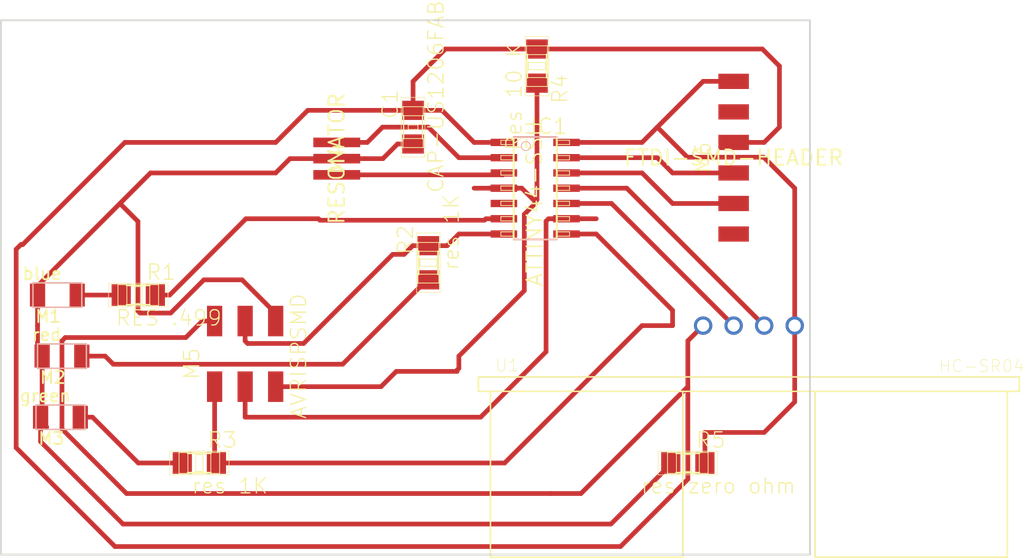
<source format=kicad_pcb>
(kicad_pcb (version 20171130) (host pcbnew "(5.0.2)-1")

  (general
    (thickness 1.6)
    (drawings 6)
    (tracks 157)
    (zones 0)
    (modules 14)
    (nets 20)
  )

  (page A4)
  (layers
    (0 F.Cu signal)
    (31 B.Cu signal)
    (32 B.Adhes user)
    (33 F.Adhes user)
    (34 B.Paste user)
    (35 F.Paste user)
    (36 B.SilkS user)
    (37 F.SilkS user)
    (38 B.Mask user)
    (39 F.Mask user)
    (40 Dwgs.User user)
    (41 Cmts.User user)
    (42 Eco1.User user)
    (43 Eco2.User user)
    (44 Edge.Cuts user)
    (45 Margin user)
    (46 B.CrtYd user)
    (47 F.CrtYd user)
    (48 B.Fab user)
    (49 F.Fab user)
  )

  (setup
    (last_trace_width 0.39)
    (trace_clearance 0.4)
    (zone_clearance 0.508)
    (zone_45_only no)
    (trace_min 0.2)
    (segment_width 0.2)
    (edge_width 0.15)
    (via_size 2)
    (via_drill 0.8)
    (via_min_size 0.4)
    (via_min_drill 0.3)
    (uvia_size 0.3)
    (uvia_drill 0.1)
    (uvias_allowed no)
    (uvia_min_size 0.2)
    (uvia_min_drill 0.1)
    (pcb_text_width 0.3)
    (pcb_text_size 1.5 1.5)
    (mod_edge_width 0.15)
    (mod_text_size 1 1)
    (mod_text_width 0.15)
    (pad_size 1.524 1.524)
    (pad_drill 0.762)
    (pad_to_mask_clearance 0.051)
    (solder_mask_min_width 0.25)
    (aux_axis_origin 0 0)
    (visible_elements 7FFFFFFF)
    (pcbplotparams
      (layerselection 0x010fc_ffffffff)
      (usegerberextensions false)
      (usegerberattributes false)
      (usegerberadvancedattributes false)
      (creategerberjobfile false)
      (excludeedgelayer true)
      (linewidth 0.100000)
      (plotframeref false)
      (viasonmask false)
      (mode 1)
      (useauxorigin false)
      (hpglpennumber 1)
      (hpglpenspeed 20)
      (hpglpendiameter 15.000000)
      (psnegative false)
      (psa4output false)
      (plotreference true)
      (plotvalue true)
      (plotinvisibletext false)
      (padsonsilk false)
      (subtractmaskfromsilk false)
      (outputformat 1)
      (mirror false)
      (drillshape 1)
      (scaleselection 1)
      (outputdirectory "./"))
  )

  (net 0 "")
  (net 1 /LEDRED)
  (net 2 /LEDGREEN)
  (net 3 GND)
  (net 4 VCC)
  (net 5 /XTAL1)
  (net 6 /XTAL2)
  (net 7 /RST)
  (net 8 "Net-(IC1-Pad5)")
  (net 9 /LEDBLUE)
  (net 10 /SCK)
  (net 11 /RXD)
  (net 12 /TXD)
  (net 13 "Net-(M1-Pad1)")
  (net 14 "Net-(M2-Pad1)")
  (net 15 "Net-(M3-Pad1)")
  (net 16 /CTS)
  (net 17 /RTS)
  (net 18 /TRIG)
  (net 19 /ECHO)

  (net_class Default "This is the default net class."
    (clearance 0.4)
    (trace_width 0.39)
    (via_dia 2)
    (via_drill 0.8)
    (uvia_dia 0.3)
    (uvia_drill 0.1)
    (diff_pair_gap 0.25)
    (diff_pair_width 0.39)
    (add_net /CTS)
    (add_net /ECHO)
    (add_net /LEDBLUE)
    (add_net /LEDGREEN)
    (add_net /LEDRED)
    (add_net /RST)
    (add_net /RTS)
    (add_net /RXD)
    (add_net /SCK)
    (add_net /TRIG)
    (add_net /TXD)
    (add_net /XTAL1)
    (add_net /XTAL2)
    (add_net GND)
    (add_net "Net-(IC1-Pad5)")
    (add_net "Net-(M1-Pad1)")
    (add_net "Net-(M2-Pad1)")
    (add_net "Net-(M3-Pad1)")
    (add_net VCC)
  )

  (module HC-SR04:XCVR_HC-SR04 (layer F.Cu) (tedit 0) (tstamp 5CB3C5F1)
    (at 157.48 90.17)
    (path /5CA6003E)
    (fp_text reference U1 (at -20.1204 3.31671) (layer F.SilkS)
      (effects (font (size 1.00052 1.00052) (thickness 0.05)))
    )
    (fp_text value HC-SR04 (at 19.3577 3.3707) (layer F.SilkS)
      (effects (font (size 1.00169 1.00169) (thickness 0.05)))
    )
    (fp_line (start -21.5 19.27) (end -5.5 19.27) (layer F.SilkS) (width 0.127))
    (fp_line (start 5.5 19.27) (end 21.5 19.27) (layer F.SilkS) (width 0.127))
    (fp_line (start 22.5 5.47) (end 21.5 5.47) (layer F.SilkS) (width 0.127))
    (fp_line (start 21.5 5.47) (end 5.5 5.47) (layer F.SilkS) (width 0.127))
    (fp_line (start 5.5 5.47) (end -5.5 5.47) (layer F.SilkS) (width 0.127))
    (fp_line (start -5.5 5.47) (end -21.5 5.47) (layer F.SilkS) (width 0.127))
    (fp_line (start -21.5 5.47) (end -22.5 5.47) (layer F.SilkS) (width 0.127))
    (fp_line (start -22.5 5.47) (end -22.5 4.27) (layer F.SilkS) (width 0.127))
    (fp_line (start -22.5 4.27) (end 22.5 4.27) (layer F.SilkS) (width 0.127))
    (fp_line (start 22.5 4.27) (end 22.5 5.47) (layer F.SilkS) (width 0.127))
    (fp_line (start -21.5 5.47) (end -21.5 19.27) (layer F.SilkS) (width 0.127))
    (fp_line (start 21.5 5.47) (end 21.5 19.27) (layer F.SilkS) (width 0.127))
    (fp_line (start -5.5 5.47) (end -5.5 19.27) (layer F.SilkS) (width 0.127))
    (fp_line (start 5.5 5.47) (end 5.5 19.27) (layer F.SilkS) (width 0.127))
    (fp_line (start -22.75 4) (end -22.75 19.5) (layer Eco1.User) (width 0.05))
    (fp_line (start -22.75 19.5) (end 22.75 19.5) (layer Eco1.User) (width 0.05))
    (fp_line (start 22.75 19.5) (end 22.75 4) (layer Eco1.User) (width 0.05))
    (fp_line (start 22.75 4) (end 5 4) (layer Eco1.User) (width 0.05))
    (fp_line (start 5 4) (end 5 -1.25) (layer Eco1.User) (width 0.05))
    (fp_line (start 5 -1.25) (end -5 -1.25) (layer Eco1.User) (width 0.05))
    (fp_line (start -5 -1.25) (end -5 4) (layer Eco1.User) (width 0.05))
    (fp_line (start -5 4) (end -22.75 4) (layer Eco1.User) (width 0.05))
    (pad 2 thru_hole circle (at -1.27 0) (size 1.53 1.53) (drill 1.02) (layers *.Cu *.Mask)
      (net 18 /TRIG))
    (pad 3 thru_hole circle (at 1.27 0) (size 1.53 1.53) (drill 1.02) (layers *.Cu *.Mask)
      (net 19 /ECHO))
    (pad 4 thru_hole circle (at 3.81 0) (size 1.53 1.53) (drill 1.02) (layers *.Cu *.Mask)
      (net 3 GND))
    (pad 1 thru_hole circle (at -3.81 0) (size 1.53 1.53) (drill 1.02) (layers *.Cu *.Mask)
      (net 4 VCC))
  )

  (module fab:fab-R1206 (layer F.Cu) (tedit 200000) (tstamp 5CB43D93)
    (at 152.4 101.6)
    (descr RESISTOR)
    (tags RESISTOR)
    (path /5CA6DE94)
    (attr smd)
    (fp_text reference R5 (at 1.905 -1.905) (layer F.SilkS)
      (effects (font (size 1.27 1.27) (thickness 0.1016)))
    )
    (fp_text value "res zero ohm" (at 2.54 1.905) (layer F.SilkS)
      (effects (font (size 1.27 1.27) (thickness 0.1016)))
    )
    (fp_line (start -1.6891 0.8763) (end -0.9525 0.8763) (layer F.SilkS) (width 0.06604))
    (fp_line (start -0.9525 0.8763) (end -0.9525 -0.8763) (layer F.SilkS) (width 0.06604))
    (fp_line (start -1.6891 -0.8763) (end -0.9525 -0.8763) (layer F.SilkS) (width 0.06604))
    (fp_line (start -1.6891 0.8763) (end -1.6891 -0.8763) (layer F.SilkS) (width 0.06604))
    (fp_line (start 0.9525 0.8763) (end 1.6891 0.8763) (layer F.SilkS) (width 0.06604))
    (fp_line (start 1.6891 0.8763) (end 1.6891 -0.8763) (layer F.SilkS) (width 0.06604))
    (fp_line (start 0.9525 -0.8763) (end 1.6891 -0.8763) (layer F.SilkS) (width 0.06604))
    (fp_line (start 0.9525 0.8763) (end 0.9525 -0.8763) (layer F.SilkS) (width 0.06604))
    (fp_line (start -0.29972 0.6985) (end 0.29972 0.6985) (layer F.SilkS) (width 0.06604))
    (fp_line (start 0.29972 0.6985) (end 0.29972 -0.6985) (layer F.SilkS) (width 0.06604))
    (fp_line (start -0.29972 -0.6985) (end 0.29972 -0.6985) (layer F.SilkS) (width 0.06604))
    (fp_line (start -0.29972 0.6985) (end -0.29972 -0.6985) (layer F.SilkS) (width 0.06604))
    (fp_line (start 0.9525 0.8128) (end -0.9652 0.8128) (layer F.SilkS) (width 0.1524))
    (fp_line (start 0.9525 -0.8128) (end -0.9652 -0.8128) (layer F.SilkS) (width 0.1524))
    (fp_line (start -2.47142 -0.98298) (end 2.47142 -0.98298) (layer F.SilkS) (width 0.0508))
    (fp_line (start 2.47142 -0.98298) (end 2.47142 0.98298) (layer F.SilkS) (width 0.0508))
    (fp_line (start 2.47142 0.98298) (end -2.47142 0.98298) (layer F.SilkS) (width 0.0508))
    (fp_line (start -2.47142 0.98298) (end -2.47142 -0.98298) (layer F.SilkS) (width 0.0508))
    (pad 1 smd rect (at -1.41986 0) (size 1.59766 1.80086) (layers F.Cu F.Paste F.Mask)
      (net 3 GND))
    (pad 2 smd rect (at 1.41986 0) (size 1.59766 1.80086) (layers F.Cu F.Paste F.Mask)
      (net 3 GND))
  )

  (module fab:fab-R1206 (layer F.Cu) (tedit 200000) (tstamp 5CB3C81F)
    (at 139.84986 68.58 270)
    (descr RESISTOR)
    (tags RESISTOR)
    (path /5CA5FF68)
    (attr smd)
    (fp_text reference R4 (at 1.905 -1.905 270) (layer F.SilkS)
      (effects (font (size 1.27 1.27) (thickness 0.1016)))
    )
    (fp_text value "Res 10 K" (at 2.54 1.905 270) (layer F.SilkS)
      (effects (font (size 1.27 1.27) (thickness 0.1016)))
    )
    (fp_line (start -1.6891 0.8763) (end -0.9525 0.8763) (layer F.SilkS) (width 0.06604))
    (fp_line (start -0.9525 0.8763) (end -0.9525 -0.8763) (layer F.SilkS) (width 0.06604))
    (fp_line (start -1.6891 -0.8763) (end -0.9525 -0.8763) (layer F.SilkS) (width 0.06604))
    (fp_line (start -1.6891 0.8763) (end -1.6891 -0.8763) (layer F.SilkS) (width 0.06604))
    (fp_line (start 0.9525 0.8763) (end 1.6891 0.8763) (layer F.SilkS) (width 0.06604))
    (fp_line (start 1.6891 0.8763) (end 1.6891 -0.8763) (layer F.SilkS) (width 0.06604))
    (fp_line (start 0.9525 -0.8763) (end 1.6891 -0.8763) (layer F.SilkS) (width 0.06604))
    (fp_line (start 0.9525 0.8763) (end 0.9525 -0.8763) (layer F.SilkS) (width 0.06604))
    (fp_line (start -0.29972 0.6985) (end 0.29972 0.6985) (layer F.SilkS) (width 0.06604))
    (fp_line (start 0.29972 0.6985) (end 0.29972 -0.6985) (layer F.SilkS) (width 0.06604))
    (fp_line (start -0.29972 -0.6985) (end 0.29972 -0.6985) (layer F.SilkS) (width 0.06604))
    (fp_line (start -0.29972 0.6985) (end -0.29972 -0.6985) (layer F.SilkS) (width 0.06604))
    (fp_line (start 0.9525 0.8128) (end -0.9652 0.8128) (layer F.SilkS) (width 0.1524))
    (fp_line (start 0.9525 -0.8128) (end -0.9652 -0.8128) (layer F.SilkS) (width 0.1524))
    (fp_line (start -2.47142 -0.98298) (end 2.47142 -0.98298) (layer F.SilkS) (width 0.0508))
    (fp_line (start 2.47142 -0.98298) (end 2.47142 0.98298) (layer F.SilkS) (width 0.0508))
    (fp_line (start 2.47142 0.98298) (end -2.47142 0.98298) (layer F.SilkS) (width 0.0508))
    (fp_line (start -2.47142 0.98298) (end -2.47142 -0.98298) (layer F.SilkS) (width 0.0508))
    (pad 1 smd rect (at -1.41986 0 270) (size 1.59766 1.80086) (layers F.Cu F.Paste F.Mask)
      (net 4 VCC))
    (pad 2 smd rect (at 1.41986 0 270) (size 1.59766 1.80086) (layers F.Cu F.Paste F.Mask)
      (net 7 /RST))
  )

  (module fab:fab-C1206 (layer F.Cu) (tedit 200000) (tstamp 5CB3C737)
    (at 129.54 73.66 90)
    (descr CAPACITOR)
    (tags CAPACITOR)
    (path /5CA5F92E)
    (attr smd)
    (fp_text reference C1 (at 1.905 -1.905 90) (layer F.SilkS)
      (effects (font (size 1.27 1.27) (thickness 0.1016)))
    )
    (fp_text value CAP-US1206FAB (at 2.54 1.905 90) (layer F.SilkS)
      (effects (font (size 1.27 1.27) (thickness 0.1016)))
    )
    (fp_line (start -1.7018 0.8509) (end -0.94996 0.8509) (layer F.SilkS) (width 0.06604))
    (fp_line (start -0.94996 0.8509) (end -0.94996 -0.84836) (layer F.SilkS) (width 0.06604))
    (fp_line (start -1.7018 -0.84836) (end -0.94996 -0.84836) (layer F.SilkS) (width 0.06604))
    (fp_line (start -1.7018 0.8509) (end -1.7018 -0.84836) (layer F.SilkS) (width 0.06604))
    (fp_line (start 0.94996 0.84836) (end 1.7018 0.84836) (layer F.SilkS) (width 0.06604))
    (fp_line (start 1.7018 0.84836) (end 1.7018 -0.8509) (layer F.SilkS) (width 0.06604))
    (fp_line (start 0.94996 -0.8509) (end 1.7018 -0.8509) (layer F.SilkS) (width 0.06604))
    (fp_line (start 0.94996 0.84836) (end 0.94996 -0.8509) (layer F.SilkS) (width 0.06604))
    (fp_line (start -0.19812 0.39878) (end 0.19812 0.39878) (layer F.SilkS) (width 0.06604))
    (fp_line (start 0.19812 0.39878) (end 0.19812 -0.39878) (layer F.SilkS) (width 0.06604))
    (fp_line (start -0.19812 -0.39878) (end 0.19812 -0.39878) (layer F.SilkS) (width 0.06604))
    (fp_line (start -0.19812 0.39878) (end -0.19812 -0.39878) (layer F.SilkS) (width 0.06604))
    (fp_line (start -2.47142 -0.98298) (end 2.47142 -0.98298) (layer F.SilkS) (width 0.0508))
    (fp_line (start 2.47142 0.98298) (end -2.47142 0.98298) (layer F.SilkS) (width 0.0508))
    (fp_line (start -2.47142 0.98298) (end -2.47142 -0.98298) (layer F.SilkS) (width 0.0508))
    (fp_line (start 2.47142 -0.98298) (end 2.47142 0.98298) (layer F.SilkS) (width 0.0508))
    (fp_line (start -0.96266 -0.78486) (end 0.96266 -0.78486) (layer F.SilkS) (width 0.1016))
    (fp_line (start -0.96266 0.78486) (end 0.96266 0.78486) (layer F.SilkS) (width 0.1016))
    (pad 1 smd rect (at -1.39954 0 90) (size 1.59766 1.79832) (layers F.Cu F.Paste F.Mask)
      (net 3 GND))
    (pad 2 smd rect (at 1.39954 0 90) (size 1.59766 1.79832) (layers F.Cu F.Paste F.Mask)
      (net 4 VCC))
  )

  (module fab:fab-SOIC14 (layer F.Cu) (tedit 200000) (tstamp 5CB3C786)
    (at 139.7 78.74 270)
    (descr "SMALL OUTLINE PACKAGE")
    (tags "SMALL OUTLINE PACKAGE")
    (path /5CA5F870)
    (attr smd)
    (fp_text reference IC1 (at -5.1435 -1.143) (layer F.SilkS)
      (effects (font (size 1.27 1.27) (thickness 0.127)))
    )
    (fp_text value ATTINY44-SSU (at 1.27 0.0635 270) (layer F.SilkS)
      (effects (font (size 1.27 1.27) (thickness 0.127)))
    )
    (fp_line (start -3.9878 -1.8415) (end -3.62966 -1.8415) (layer F.SilkS) (width 0.06604))
    (fp_line (start -3.62966 -1.8415) (end -3.62966 -2.8575) (layer F.SilkS) (width 0.06604))
    (fp_line (start -3.9878 -2.8575) (end -3.62966 -2.8575) (layer F.SilkS) (width 0.06604))
    (fp_line (start -3.9878 -1.8415) (end -3.9878 -2.8575) (layer F.SilkS) (width 0.06604))
    (fp_line (start -2.7178 -1.8415) (end -2.3622 -1.8415) (layer F.SilkS) (width 0.06604))
    (fp_line (start -2.3622 -1.8415) (end -2.3622 -2.8575) (layer F.SilkS) (width 0.06604))
    (fp_line (start -2.7178 -2.8575) (end -2.3622 -2.8575) (layer F.SilkS) (width 0.06604))
    (fp_line (start -2.7178 -1.8415) (end -2.7178 -2.8575) (layer F.SilkS) (width 0.06604))
    (fp_line (start -1.4478 -1.8415) (end -1.08966 -1.8415) (layer F.SilkS) (width 0.06604))
    (fp_line (start -1.08966 -1.8415) (end -1.08966 -2.8575) (layer F.SilkS) (width 0.06604))
    (fp_line (start -1.4478 -2.8575) (end -1.08966 -2.8575) (layer F.SilkS) (width 0.06604))
    (fp_line (start -1.4478 -1.8415) (end -1.4478 -2.8575) (layer F.SilkS) (width 0.06604))
    (fp_line (start -0.1778 -1.8415) (end 0.1778 -1.8415) (layer F.SilkS) (width 0.06604))
    (fp_line (start 0.1778 -1.8415) (end 0.1778 -2.8575) (layer F.SilkS) (width 0.06604))
    (fp_line (start -0.1778 -2.8575) (end 0.1778 -2.8575) (layer F.SilkS) (width 0.06604))
    (fp_line (start -0.1778 -1.8415) (end -0.1778 -2.8575) (layer F.SilkS) (width 0.06604))
    (fp_line (start 1.08966 -1.8415) (end 1.4478 -1.8415) (layer F.SilkS) (width 0.06604))
    (fp_line (start 1.4478 -1.8415) (end 1.4478 -2.8575) (layer F.SilkS) (width 0.06604))
    (fp_line (start 1.08966 -2.8575) (end 1.4478 -2.8575) (layer F.SilkS) (width 0.06604))
    (fp_line (start 1.08966 -1.8415) (end 1.08966 -2.8575) (layer F.SilkS) (width 0.06604))
    (fp_line (start 2.3622 -1.8415) (end 2.7178 -1.8415) (layer F.SilkS) (width 0.06604))
    (fp_line (start 2.7178 -1.8415) (end 2.7178 -2.8575) (layer F.SilkS) (width 0.06604))
    (fp_line (start 2.3622 -2.8575) (end 2.7178 -2.8575) (layer F.SilkS) (width 0.06604))
    (fp_line (start 2.3622 -1.8415) (end 2.3622 -2.8575) (layer F.SilkS) (width 0.06604))
    (fp_line (start 3.62966 -1.8415) (end 3.9878 -1.8415) (layer F.SilkS) (width 0.06604))
    (fp_line (start 3.9878 -1.8415) (end 3.9878 -2.8575) (layer F.SilkS) (width 0.06604))
    (fp_line (start 3.62966 -2.8575) (end 3.9878 -2.8575) (layer F.SilkS) (width 0.06604))
    (fp_line (start 3.62966 -1.8415) (end 3.62966 -2.8575) (layer F.SilkS) (width 0.06604))
    (fp_line (start 3.62966 2.8575) (end 3.9878 2.8575) (layer F.SilkS) (width 0.06604))
    (fp_line (start 3.9878 2.8575) (end 3.9878 1.8415) (layer F.SilkS) (width 0.06604))
    (fp_line (start 3.62966 1.8415) (end 3.9878 1.8415) (layer F.SilkS) (width 0.06604))
    (fp_line (start 3.62966 2.8575) (end 3.62966 1.8415) (layer F.SilkS) (width 0.06604))
    (fp_line (start 2.3622 2.8575) (end 2.7178 2.8575) (layer F.SilkS) (width 0.06604))
    (fp_line (start 2.7178 2.8575) (end 2.7178 1.8415) (layer F.SilkS) (width 0.06604))
    (fp_line (start 2.3622 1.8415) (end 2.7178 1.8415) (layer F.SilkS) (width 0.06604))
    (fp_line (start 2.3622 2.8575) (end 2.3622 1.8415) (layer F.SilkS) (width 0.06604))
    (fp_line (start 1.08966 2.8575) (end 1.4478 2.8575) (layer F.SilkS) (width 0.06604))
    (fp_line (start 1.4478 2.8575) (end 1.4478 1.8415) (layer F.SilkS) (width 0.06604))
    (fp_line (start 1.08966 1.8415) (end 1.4478 1.8415) (layer F.SilkS) (width 0.06604))
    (fp_line (start 1.08966 2.8575) (end 1.08966 1.8415) (layer F.SilkS) (width 0.06604))
    (fp_line (start -0.1778 2.8575) (end 0.1778 2.8575) (layer F.SilkS) (width 0.06604))
    (fp_line (start 0.1778 2.8575) (end 0.1778 1.8415) (layer F.SilkS) (width 0.06604))
    (fp_line (start -0.1778 1.8415) (end 0.1778 1.8415) (layer F.SilkS) (width 0.06604))
    (fp_line (start -0.1778 2.8575) (end -0.1778 1.8415) (layer F.SilkS) (width 0.06604))
    (fp_line (start -1.4478 2.8575) (end -1.08966 2.8575) (layer F.SilkS) (width 0.06604))
    (fp_line (start -1.08966 2.8575) (end -1.08966 1.8415) (layer F.SilkS) (width 0.06604))
    (fp_line (start -1.4478 1.8415) (end -1.08966 1.8415) (layer F.SilkS) (width 0.06604))
    (fp_line (start -1.4478 2.8575) (end -1.4478 1.8415) (layer F.SilkS) (width 0.06604))
    (fp_line (start -2.7178 2.8575) (end -2.3622 2.8575) (layer F.SilkS) (width 0.06604))
    (fp_line (start -2.3622 2.8575) (end -2.3622 1.8415) (layer F.SilkS) (width 0.06604))
    (fp_line (start -2.7178 1.8415) (end -2.3622 1.8415) (layer F.SilkS) (width 0.06604))
    (fp_line (start -2.7178 2.8575) (end -2.7178 1.8415) (layer F.SilkS) (width 0.06604))
    (fp_line (start -3.9878 2.8575) (end -3.62966 2.8575) (layer F.SilkS) (width 0.06604))
    (fp_line (start -3.62966 2.8575) (end -3.62966 1.8415) (layer F.SilkS) (width 0.06604))
    (fp_line (start -3.9878 1.8415) (end -3.62966 1.8415) (layer F.SilkS) (width 0.06604))
    (fp_line (start -3.9878 2.8575) (end -3.9878 1.8415) (layer F.SilkS) (width 0.06604))
    (fp_line (start -4.26466 1.7907) (end 4.26466 1.7907) (layer F.SilkS) (width 0.1524))
    (fp_line (start 4.26466 1.7907) (end 4.26466 -1.7907) (layer B.SilkS) (width 0.1524))
    (fp_line (start 4.26466 -1.7907) (end -4.26466 -1.7907) (layer F.SilkS) (width 0.1524))
    (fp_line (start -4.26466 -1.7907) (end -4.26466 1.7907) (layer B.SilkS) (width 0.1524))
    (fp_circle (center -3.5052 0.7747) (end -3.7719 1.0414) (layer B.SilkS) (width 0.0762))
    (pad 1 smd rect (at -3.81 2.6035 270) (size 0.6096 2.20726) (layers F.Cu F.Paste F.Mask)
      (net 4 VCC))
    (pad 2 smd rect (at -2.54 2.6035 270) (size 0.6096 2.20726) (layers F.Cu F.Paste F.Mask)
      (net 5 /XTAL1))
    (pad 3 smd rect (at -1.27 2.6035 270) (size 0.6096 2.20726) (layers F.Cu F.Paste F.Mask)
      (net 6 /XTAL2))
    (pad 4 smd rect (at 0 2.6035 270) (size 0.6096 2.20726) (layers F.Cu F.Paste F.Mask)
      (net 7 /RST))
    (pad 5 smd rect (at 1.27 2.6035 270) (size 0.6096 2.20726) (layers F.Cu F.Paste F.Mask)
      (net 8 "Net-(IC1-Pad5)"))
    (pad 6 smd rect (at 2.54 2.6035 270) (size 0.6096 2.20726) (layers F.Cu F.Paste F.Mask)
      (net 9 /LEDBLUE))
    (pad 7 smd rect (at 3.81 2.6035 270) (size 0.6096 2.20726) (layers F.Cu F.Paste F.Mask)
      (net 1 /LEDRED))
    (pad 8 smd rect (at 3.81 -2.6035 270) (size 0.6096 2.20726) (layers F.Cu F.Paste F.Mask)
      (net 2 /LEDGREEN))
    (pad 9 smd rect (at 2.54 -2.6035 270) (size 0.6096 2.20726) (layers F.Cu F.Paste F.Mask)
      (net 10 /SCK))
    (pad 10 smd rect (at 1.27 -2.6035 270) (size 0.6096 2.20726) (layers F.Cu F.Paste F.Mask)
      (net 18 /TRIG))
    (pad 11 smd rect (at 0 -2.6035 270) (size 0.6096 2.20726) (layers F.Cu F.Paste F.Mask)
      (net 19 /ECHO))
    (pad 12 smd rect (at -1.27 -2.6035 270) (size 0.6096 2.20726) (layers F.Cu F.Paste F.Mask)
      (net 11 /RXD))
    (pad 13 smd rect (at -2.54 -2.6035 270) (size 0.6096 2.20726) (layers F.Cu F.Paste F.Mask)
      (net 12 /TXD))
    (pad 14 smd rect (at -3.81 -2.6035 270) (size 0.6096 2.20726) (layers F.Cu F.Paste F.Mask)
      (net 3 GND))
  )

  (module fab:fab-LED1206FAB (layer F.Cu) (tedit 200000) (tstamp 5CB3C790)
    (at 99.949 87.63 180)
    (descr "LED1206 FAB STYLE (SMALLER PADS TO ALLOW TRACE BETWEEN)")
    (tags "LED1206 FAB STYLE (SMALLER PADS TO ALLOW TRACE BETWEEN)")
    (path /5CA6037C)
    (attr smd)
    (fp_text reference M1 (at 0.762 -1.778 180) (layer F.SilkS)
      (effects (font (size 1.016 1.016) (thickness 0.1524)))
    )
    (fp_text value blue (at 1.27 1.778 180) (layer F.SilkS)
      (effects (font (size 1.016 1.016) (thickness 0.1524)))
    )
    (fp_line (start -2.032 -1.016) (end 2.032 -1.016) (layer B.SilkS) (width 0.127))
    (fp_line (start 2.032 -1.016) (end 2.032 1.016) (layer B.SilkS) (width 0.127))
    (fp_line (start 2.032 1.016) (end -2.032 1.016) (layer B.SilkS) (width 0.127))
    (fp_line (start -2.032 1.016) (end -2.032 -1.016) (layer B.SilkS) (width 0.127))
    (pad 1 smd rect (at -1.651 0 180) (size 1.27 1.905) (layers F.Cu F.Paste F.Mask)
      (net 13 "Net-(M1-Pad1)"))
    (pad 2 smd rect (at 1.651 0 180) (size 1.27 1.905) (layers F.Cu F.Paste F.Mask)
      (net 3 GND))
  )

  (module fab:fab-LED1206FAB (layer F.Cu) (tedit 200000) (tstamp 5CB3C79A)
    (at 100.33 92.71 180)
    (descr "LED1206 FAB STYLE (SMALLER PADS TO ALLOW TRACE BETWEEN)")
    (tags "LED1206 FAB STYLE (SMALLER PADS TO ALLOW TRACE BETWEEN)")
    (path /5CA6033E)
    (attr smd)
    (fp_text reference M2 (at 0.762 -1.778 180) (layer F.SilkS)
      (effects (font (size 1.016 1.016) (thickness 0.1524)))
    )
    (fp_text value red (at 1.27 1.778 180) (layer F.SilkS)
      (effects (font (size 1.016 1.016) (thickness 0.1524)))
    )
    (fp_line (start -2.032 1.016) (end -2.032 -1.016) (layer B.SilkS) (width 0.127))
    (fp_line (start 2.032 1.016) (end -2.032 1.016) (layer B.SilkS) (width 0.127))
    (fp_line (start 2.032 -1.016) (end 2.032 1.016) (layer B.SilkS) (width 0.127))
    (fp_line (start -2.032 -1.016) (end 2.032 -1.016) (layer B.SilkS) (width 0.127))
    (pad 2 smd rect (at 1.651 0 180) (size 1.27 1.905) (layers F.Cu F.Paste F.Mask)
      (net 3 GND))
    (pad 1 smd rect (at -1.651 0 180) (size 1.27 1.905) (layers F.Cu F.Paste F.Mask)
      (net 14 "Net-(M2-Pad1)"))
  )

  (module fab:fab-LED1206FAB (layer F.Cu) (tedit 200000) (tstamp 5CB3C7A4)
    (at 100.203 97.79 180)
    (descr "LED1206 FAB STYLE (SMALLER PADS TO ALLOW TRACE BETWEEN)")
    (tags "LED1206 FAB STYLE (SMALLER PADS TO ALLOW TRACE BETWEEN)")
    (path /5CA60299)
    (attr smd)
    (fp_text reference M3 (at 0.762 -1.778 180) (layer F.SilkS)
      (effects (font (size 1.016 1.016) (thickness 0.1524)))
    )
    (fp_text value green (at 1.27 1.778 180) (layer F.SilkS)
      (effects (font (size 1.016 1.016) (thickness 0.1524)))
    )
    (fp_line (start -2.032 -1.016) (end 2.032 -1.016) (layer B.SilkS) (width 0.127))
    (fp_line (start 2.032 -1.016) (end 2.032 1.016) (layer B.SilkS) (width 0.127))
    (fp_line (start 2.032 1.016) (end -2.032 1.016) (layer B.SilkS) (width 0.127))
    (fp_line (start -2.032 1.016) (end -2.032 -1.016) (layer B.SilkS) (width 0.127))
    (pad 1 smd rect (at -1.651 0 180) (size 1.27 1.905) (layers F.Cu F.Paste F.Mask)
      (net 15 "Net-(M3-Pad1)"))
    (pad 2 smd rect (at 1.651 0 180) (size 1.27 1.905) (layers F.Cu F.Paste F.Mask)
      (net 3 GND))
  )

  (module fab:fab-EFOBM (layer F.Cu) (tedit 200000) (tstamp 5CB3C7AB)
    (at 123.19 76.27874 270)
    (path /5CA5FDD2)
    (attr smd)
    (fp_text reference M4 (at 0 0 270) (layer F.SilkS)
      (effects (font (size 1.27 1.27) (thickness 0.15)))
    )
    (fp_text value RESONATOR (at 0 0 270) (layer F.SilkS)
      (effects (font (size 1.27 1.27) (thickness 0.15)))
    )
    (pad 1 smd rect (at -1.34874 0) (size 3.8989 0.79756) (layers F.Cu F.Paste F.Mask)
      (net 5 /XTAL1))
    (pad 2 smd rect (at 0 0 180) (size 3.8989 0.79756) (layers F.Cu F.Paste F.Mask)
      (net 3 GND))
    (pad 3 smd rect (at 1.34874 0 180) (size 3.8989 0.79756) (layers F.Cu F.Paste F.Mask)
      (net 6 /XTAL2))
  )

  (module fab:fab-2X03SMD (layer F.Cu) (tedit 5CA66895) (tstamp 5CB3C7B5)
    (at 115.57 92.71 90)
    (path /5CA5FA77)
    (attr smd)
    (fp_text reference M5 (at -0.635 -4.445 90) (layer F.SilkS)
      (effects (font (size 1.27 1.27) (thickness 0.1016)))
    )
    (fp_text value AVRISPSMD (at 0 4.445 90) (layer F.SilkS)
      (effects (font (size 1.27 1.27) (thickness 0.1016)))
    )
    (pad 1 smd rect (at -2.54 -2.54 90) (size 2.54 1.27) (layers F.Cu F.Paste F.Mask)
      (net 2 /LEDGREEN))
    (pad 2 smd rect (at 2.91846 -2.54 90) (size 2.54 1.27) (layers F.Cu F.Paste F.Mask)
      (net 4 VCC))
    (pad 3 smd rect (at -2.54 0 90) (size 2.54 1.27) (layers F.Cu F.Paste F.Mask)
      (net 10 /SCK))
    (pad 4 smd rect (at 2.91846 0 90) (size 2.54 1.27) (layers F.Cu F.Paste F.Mask)
      (net 1 /LEDRED))
    (pad 5 smd rect (at -2.54 2.54 90) (size 2.54 1.27) (layers F.Cu F.Paste F.Mask)
      (net 7 /RST))
    (pad 6 smd rect (at 2.91846 2.54 90) (size 2.54 1.27) (layers F.Cu F.Paste F.Mask)
      (net 3 GND))
  )

  (module fab:fab-1X06SMD (layer F.Cu) (tedit 200000) (tstamp 5CB3C7BF)
    (at 156.21 76.2)
    (path /5CA5FA04)
    (attr smd)
    (fp_text reference M6 (at -2.54 0 90) (layer F.SilkS)
      (effects (font (size 1.27 1.27) (thickness 0.1016)))
    )
    (fp_text value FTDI-SMD-HEADER (at 0 0) (layer F.SilkS)
      (effects (font (size 1.27 1.27) (thickness 0.15)))
    )
    (pad 1 smd rect (at 0 -6.35) (size 2.54 1.27) (layers F.Cu F.Paste F.Mask)
      (net 3 GND))
    (pad 2 smd rect (at 0 -3.81) (size 2.54 1.27) (layers F.Cu F.Paste F.Mask)
      (net 16 /CTS))
    (pad 3 smd rect (at 0 -1.27) (size 2.54 1.27) (layers F.Cu F.Paste F.Mask)
      (net 4 VCC))
    (pad 4 smd rect (at 0 1.27) (size 2.54 1.27) (layers F.Cu F.Paste F.Mask)
      (net 12 /TXD))
    (pad 5 smd rect (at 0 3.81) (size 2.54 1.27) (layers F.Cu F.Paste F.Mask)
      (net 11 /RXD))
    (pad 6 smd rect (at 0 6.35) (size 2.54 1.27) (layers F.Cu F.Paste F.Mask)
      (net 17 /RTS))
  )

  (module fab:fab-R1206 (layer F.Cu) (tedit 200000) (tstamp 5CB3C7D7)
    (at 106.68 87.63)
    (descr RESISTOR)
    (tags RESISTOR)
    (path /5CA60209)
    (attr smd)
    (fp_text reference R1 (at 1.905 -1.905) (layer F.SilkS)
      (effects (font (size 1.27 1.27) (thickness 0.1016)))
    )
    (fp_text value "RES .499" (at 2.54 1.905) (layer F.SilkS)
      (effects (font (size 1.27 1.27) (thickness 0.1016)))
    )
    (fp_line (start -2.47142 0.98298) (end -2.47142 -0.98298) (layer F.SilkS) (width 0.0508))
    (fp_line (start 2.47142 0.98298) (end -2.47142 0.98298) (layer F.SilkS) (width 0.0508))
    (fp_line (start 2.47142 -0.98298) (end 2.47142 0.98298) (layer F.SilkS) (width 0.0508))
    (fp_line (start -2.47142 -0.98298) (end 2.47142 -0.98298) (layer F.SilkS) (width 0.0508))
    (fp_line (start 0.9525 -0.8128) (end -0.9652 -0.8128) (layer F.SilkS) (width 0.1524))
    (fp_line (start 0.9525 0.8128) (end -0.9652 0.8128) (layer F.SilkS) (width 0.1524))
    (fp_line (start -0.29972 0.6985) (end -0.29972 -0.6985) (layer F.SilkS) (width 0.06604))
    (fp_line (start -0.29972 -0.6985) (end 0.29972 -0.6985) (layer F.SilkS) (width 0.06604))
    (fp_line (start 0.29972 0.6985) (end 0.29972 -0.6985) (layer F.SilkS) (width 0.06604))
    (fp_line (start -0.29972 0.6985) (end 0.29972 0.6985) (layer F.SilkS) (width 0.06604))
    (fp_line (start 0.9525 0.8763) (end 0.9525 -0.8763) (layer F.SilkS) (width 0.06604))
    (fp_line (start 0.9525 -0.8763) (end 1.6891 -0.8763) (layer F.SilkS) (width 0.06604))
    (fp_line (start 1.6891 0.8763) (end 1.6891 -0.8763) (layer F.SilkS) (width 0.06604))
    (fp_line (start 0.9525 0.8763) (end 1.6891 0.8763) (layer F.SilkS) (width 0.06604))
    (fp_line (start -1.6891 0.8763) (end -1.6891 -0.8763) (layer F.SilkS) (width 0.06604))
    (fp_line (start -1.6891 -0.8763) (end -0.9525 -0.8763) (layer F.SilkS) (width 0.06604))
    (fp_line (start -0.9525 0.8763) (end -0.9525 -0.8763) (layer F.SilkS) (width 0.06604))
    (fp_line (start -1.6891 0.8763) (end -0.9525 0.8763) (layer F.SilkS) (width 0.06604))
    (pad 2 smd rect (at 1.41986 0) (size 1.59766 1.80086) (layers F.Cu F.Paste F.Mask)
      (net 9 /LEDBLUE))
    (pad 1 smd rect (at -1.41986 0) (size 1.59766 1.80086) (layers F.Cu F.Paste F.Mask)
      (net 13 "Net-(M1-Pad1)"))
  )

  (module fab:fab-R1206 (layer F.Cu) (tedit 200000) (tstamp 5CB3C7EF)
    (at 130.81 84.94014 90)
    (descr RESISTOR)
    (tags RESISTOR)
    (path /5CA60190)
    (attr smd)
    (fp_text reference R2 (at 1.905 -1.905 90) (layer F.SilkS)
      (effects (font (size 1.27 1.27) (thickness 0.1016)))
    )
    (fp_text value "res 1K" (at 2.54 1.905 90) (layer F.SilkS)
      (effects (font (size 1.27 1.27) (thickness 0.1016)))
    )
    (fp_line (start -2.47142 0.98298) (end -2.47142 -0.98298) (layer F.SilkS) (width 0.0508))
    (fp_line (start 2.47142 0.98298) (end -2.47142 0.98298) (layer F.SilkS) (width 0.0508))
    (fp_line (start 2.47142 -0.98298) (end 2.47142 0.98298) (layer F.SilkS) (width 0.0508))
    (fp_line (start -2.47142 -0.98298) (end 2.47142 -0.98298) (layer F.SilkS) (width 0.0508))
    (fp_line (start 0.9525 -0.8128) (end -0.9652 -0.8128) (layer F.SilkS) (width 0.1524))
    (fp_line (start 0.9525 0.8128) (end -0.9652 0.8128) (layer F.SilkS) (width 0.1524))
    (fp_line (start -0.29972 0.6985) (end -0.29972 -0.6985) (layer F.SilkS) (width 0.06604))
    (fp_line (start -0.29972 -0.6985) (end 0.29972 -0.6985) (layer F.SilkS) (width 0.06604))
    (fp_line (start 0.29972 0.6985) (end 0.29972 -0.6985) (layer F.SilkS) (width 0.06604))
    (fp_line (start -0.29972 0.6985) (end 0.29972 0.6985) (layer F.SilkS) (width 0.06604))
    (fp_line (start 0.9525 0.8763) (end 0.9525 -0.8763) (layer F.SilkS) (width 0.06604))
    (fp_line (start 0.9525 -0.8763) (end 1.6891 -0.8763) (layer F.SilkS) (width 0.06604))
    (fp_line (start 1.6891 0.8763) (end 1.6891 -0.8763) (layer F.SilkS) (width 0.06604))
    (fp_line (start 0.9525 0.8763) (end 1.6891 0.8763) (layer F.SilkS) (width 0.06604))
    (fp_line (start -1.6891 0.8763) (end -1.6891 -0.8763) (layer F.SilkS) (width 0.06604))
    (fp_line (start -1.6891 -0.8763) (end -0.9525 -0.8763) (layer F.SilkS) (width 0.06604))
    (fp_line (start -0.9525 0.8763) (end -0.9525 -0.8763) (layer F.SilkS) (width 0.06604))
    (fp_line (start -1.6891 0.8763) (end -0.9525 0.8763) (layer F.SilkS) (width 0.06604))
    (pad 2 smd rect (at 1.41986 0 90) (size 1.59766 1.80086) (layers F.Cu F.Paste F.Mask)
      (net 1 /LEDRED))
    (pad 1 smd rect (at -1.41986 0 90) (size 1.59766 1.80086) (layers F.Cu F.Paste F.Mask)
      (net 14 "Net-(M2-Pad1)"))
  )

  (module fab:fab-R1206 locked (layer F.Cu) (tedit 200000) (tstamp 5CB3C807)
    (at 111.76 101.6)
    (descr RESISTOR)
    (tags RESISTOR)
    (path /5CA601D0)
    (attr smd)
    (fp_text reference R3 (at 1.905 -1.905) (layer F.SilkS)
      (effects (font (size 1.27 1.27) (thickness 0.1016)))
    )
    (fp_text value "res 1K" (at 2.54 1.905) (layer F.SilkS)
      (effects (font (size 1.27 1.27) (thickness 0.1016)))
    )
    (fp_line (start -1.6891 0.8763) (end -0.9525 0.8763) (layer F.SilkS) (width 0.06604))
    (fp_line (start -0.9525 0.8763) (end -0.9525 -0.8763) (layer F.SilkS) (width 0.06604))
    (fp_line (start -1.6891 -0.8763) (end -0.9525 -0.8763) (layer F.SilkS) (width 0.06604))
    (fp_line (start -1.6891 0.8763) (end -1.6891 -0.8763) (layer F.SilkS) (width 0.06604))
    (fp_line (start 0.9525 0.8763) (end 1.6891 0.8763) (layer F.SilkS) (width 0.06604))
    (fp_line (start 1.6891 0.8763) (end 1.6891 -0.8763) (layer F.SilkS) (width 0.06604))
    (fp_line (start 0.9525 -0.8763) (end 1.6891 -0.8763) (layer F.SilkS) (width 0.06604))
    (fp_line (start 0.9525 0.8763) (end 0.9525 -0.8763) (layer F.SilkS) (width 0.06604))
    (fp_line (start -0.29972 0.6985) (end 0.29972 0.6985) (layer F.SilkS) (width 0.06604))
    (fp_line (start 0.29972 0.6985) (end 0.29972 -0.6985) (layer F.SilkS) (width 0.06604))
    (fp_line (start -0.29972 -0.6985) (end 0.29972 -0.6985) (layer F.SilkS) (width 0.06604))
    (fp_line (start -0.29972 0.6985) (end -0.29972 -0.6985) (layer F.SilkS) (width 0.06604))
    (fp_line (start 0.9525 0.8128) (end -0.9652 0.8128) (layer F.SilkS) (width 0.1524))
    (fp_line (start 0.9525 -0.8128) (end -0.9652 -0.8128) (layer F.SilkS) (width 0.1524))
    (fp_line (start -2.47142 -0.98298) (end 2.47142 -0.98298) (layer F.SilkS) (width 0.0508))
    (fp_line (start 2.47142 -0.98298) (end 2.47142 0.98298) (layer F.SilkS) (width 0.0508))
    (fp_line (start 2.47142 0.98298) (end -2.47142 0.98298) (layer F.SilkS) (width 0.0508))
    (fp_line (start -2.47142 0.98298) (end -2.47142 -0.98298) (layer F.SilkS) (width 0.0508))
    (pad 1 smd rect (at -1.41986 0) (size 1.59766 1.80086) (layers F.Cu F.Paste F.Mask)
      (net 15 "Net-(M3-Pad1)"))
    (pad 2 smd rect (at 1.41986 0) (size 1.59766 1.80086) (layers F.Cu F.Paste F.Mask)
      (net 2 /LEDGREEN))
  )

  (gr_line (start 95.25 64.77) (end 95.25 71.12) (layer Edge.Cuts) (width 0.15))
  (gr_line (start 162.56 64.77) (end 95.25 64.77) (layer Edge.Cuts) (width 0.15))
  (gr_line (start 162.56 66.04) (end 162.56 64.77) (layer Edge.Cuts) (width 0.15))
  (gr_line (start 162.56 109.22) (end 162.56 66.04) (layer Edge.Cuts) (width 0.15))
  (gr_line (start 95.25 109.22) (end 162.56 109.22) (layer Edge.Cuts) (width 0.15))
  (gr_line (start 95.25 71.12) (end 95.25 109.22) (layer Edge.Cuts) (width 0.15))

  (segment (start 137.0965 82.6135) (end 137.16 82.55) (width 0.39) (layer F.Cu) (net 1))
  (segment (start 133.35 82.55) (end 137.0965 82.55) (width 0.39) (layer F.Cu) (net 1))
  (segment (start 132.37972 83.52028) (end 133.35 82.55) (width 0.39) (layer F.Cu) (net 1))
  (segment (start 115.57 89.79154) (end 115.57 89.15654) (width 0.39) (layer F.Cu) (net 1))
  (segment (start 115.57 89.79154) (end 115.57 91.45154) (width 0.39) (layer F.Cu) (net 1))
  (segment (start 115.57 91.45154) (end 115.775001 91.656541) (width 0.39) (layer F.Cu) (net 1))
  (segment (start 115.775001 91.656541) (end 120.433459 91.656541) (width 0.39) (layer F.Cu) (net 1))
  (segment (start 120.433459 91.656541) (end 127.846449 84.243551) (width 0.39) (layer F.Cu) (net 1))
  (segment (start 127.846449 84.243551) (end 128.796299 84.243551) (width 0.39) (layer F.Cu) (net 1))
  (segment (start 130.81 83.52028) (end 132.37972 83.52028) (width 0.39) (layer F.Cu) (net 1))
  (segment (start 129.51957 83.52028) (end 130.81 83.52028) (width 0.39) (layer F.Cu) (net 1))
  (segment (start 128.796299 84.243551) (end 129.51957 83.52028) (width 0.39) (layer F.Cu) (net 1))
  (segment (start 142.3035 82.55) (end 144.78 82.55) (width 0.39) (layer F.Cu) (net 2))
  (segment (start 144.78 82.55) (end 151.13 88.9) (width 0.39) (layer F.Cu) (net 2))
  (segment (start 151.13 88.9) (end 151.13 90.17) (width 0.39) (layer F.Cu) (net 2))
  (segment (start 113.17986 101.6) (end 137.16 101.6) (width 0.39) (layer F.Cu) (net 2))
  (segment (start 151.13 90.17) (end 148.59 90.17) (width 0.39) (layer F.Cu) (net 2))
  (segment (start 148.59 90.17) (end 137.16 101.6) (width 0.39) (layer F.Cu) (net 2))
  (segment (start 113.03 101.45014) (end 113.17986 101.6) (width 0.39) (layer F.Cu) (net 2))
  (segment (start 113.03 95.25) (end 113.03 101.45014) (width 0.39) (layer F.Cu) (net 2))
  (segment (start 98.298 92.329) (end 98.679 92.71) (width 0.39) (layer F.Cu) (net 3))
  (segment (start 98.679 97.663) (end 98.552 97.79) (width 0.39) (layer F.Cu) (net 3))
  (segment (start 98.679 92.71) (end 98.679 97.663) (width 0.39) (layer F.Cu) (net 3))
  (segment (start 98.298 90.17) (end 98.298 92.329) (width 0.39) (layer F.Cu) (net 3))
  (segment (start 98.298 87.63) (end 98.298 90.17) (width 0.39) (layer F.Cu) (net 3))
  (segment (start 98.552 98.1075) (end 99.06 98.6155) (width 0.39) (layer F.Cu) (net 3))
  (segment (start 98.552 97.79) (end 98.552 98.1075) (width 0.39) (layer F.Cu) (net 3))
  (segment (start 109.374691 89.125431) (end 106.825029 89.125431) (width 0.39) (layer F.Cu) (net 3))
  (segment (start 112.140122 86.36) (end 109.374691 89.125431) (width 0.39) (layer F.Cu) (net 3))
  (segment (start 118.11 89.79154) (end 118.11 89.15654) (width 0.39) (layer F.Cu) (net 3))
  (segment (start 106.825029 89.125431) (end 106.653971 88.954373) (width 0.39) (layer F.Cu) (net 3))
  (segment (start 129.54 75.05954) (end 128.25084 75.05954) (width 0.39) (layer F.Cu) (net 3))
  (segment (start 125.52945 76.27874) (end 123.19 76.27874) (width 0.39) (layer F.Cu) (net 3))
  (segment (start 127.03164 76.27874) (end 125.52945 76.27874) (width 0.39) (layer F.Cu) (net 3))
  (segment (start 128.25084 75.05954) (end 127.03164 76.27874) (width 0.39) (layer F.Cu) (net 3))
  (segment (start 142.3035 74.93) (end 148.59 74.93) (width 0.39) (layer F.Cu) (net 3))
  (segment (start 153.67 69.85) (end 156.21 69.85) (width 0.39) (layer F.Cu) (net 3))
  (segment (start 149.86 73.66) (end 153.67 69.85) (width 0.39) (layer F.Cu) (net 3))
  (segment (start 148.59 74.93) (end 149.86 73.66) (width 0.39) (layer F.Cu) (net 3))
  (segment (start 161.29 90.17) (end 161.29 96.52) (width 0.39) (layer F.Cu) (net 3))
  (segment (start 158.75 99.06) (end 153.81986 99.06) (width 0.39) (layer F.Cu) (net 3))
  (segment (start 161.29 96.52) (end 158.75 99.06) (width 0.39) (layer F.Cu) (net 3))
  (segment (start 153.81986 99.06) (end 153.81986 101.6) (width 0.39) (layer F.Cu) (net 3))
  (segment (start 98.552 99.822) (end 98.552 97.79) (width 0.39) (layer F.Cu) (net 3))
  (segment (start 105.41 106.68) (end 98.552 99.822) (width 0.39) (layer F.Cu) (net 3))
  (segment (start 146.00174 106.68) (end 105.41 106.68) (width 0.39) (layer F.Cu) (net 3))
  (segment (start 150.98014 101.6) (end 150.98014 101.7016) (width 0.39) (layer F.Cu) (net 3))
  (segment (start 150.98014 101.7016) (end 146.00174 106.68) (width 0.39) (layer F.Cu) (net 3))
  (segment (start 98.298 87.63) (end 98.298 86.868) (width 0.39) (layer F.Cu) (net 3))
  (segment (start 106.653971 81.507971) (end 105.156 80.01) (width 0.39) (layer F.Cu) (net 3))
  (segment (start 106.653971 88.954373) (end 106.653971 81.507971) (width 0.39) (layer F.Cu) (net 3))
  (segment (start 98.298 86.868) (end 105.156 80.01) (width 0.39) (layer F.Cu) (net 3))
  (segment (start 161.29 78.74) (end 161.29 90.17) (width 0.39) (layer F.Cu) (net 3))
  (segment (start 158.710001 76.160001) (end 161.29 78.74) (width 0.39) (layer F.Cu) (net 3))
  (segment (start 149.86 73.66) (end 152.360001 76.160001) (width 0.39) (layer F.Cu) (net 3))
  (segment (start 152.360001 76.160001) (end 158.710001 76.160001) (width 0.39) (layer F.Cu) (net 3))
  (segment (start 107.696 77.47) (end 105.156 80.01) (width 0.39) (layer F.Cu) (net 3))
  (segment (start 118.11 77.47) (end 107.696 77.47) (width 0.39) (layer F.Cu) (net 3))
  (segment (start 123.19 76.27874) (end 119.30126 76.27874) (width 0.39) (layer F.Cu) (net 3))
  (segment (start 119.30126 76.27874) (end 118.11 77.47) (width 0.39) (layer F.Cu) (net 3))
  (segment (start 115.31346 86.36) (end 112.140122 86.36) (width 0.39) (layer F.Cu) (net 3))
  (segment (start 118.11 89.15654) (end 115.31346 86.36) (width 0.39) (layer F.Cu) (net 3))
  (segment (start 113.03 89.15654) (end 113.03 89.79154) (width 0.39) (layer F.Cu) (net 4))
  (segment (start 132.22986 67.16014) (end 139.84986 67.16014) (width 0.39) (layer F.Cu) (net 4))
  (segment (start 129.54 69.85) (end 132.22986 67.16014) (width 0.39) (layer F.Cu) (net 4))
  (segment (start 129.54 72.26046) (end 129.54 69.85) (width 0.39) (layer F.Cu) (net 4))
  (segment (start 128.25084 72.26046) (end 129.54 72.26046) (width 0.39) (layer F.Cu) (net 4))
  (segment (start 110.634041 91.162499) (end 100.607501 91.162499) (width 0.39) (layer F.Cu) (net 4))
  (segment (start 113.03 89.79154) (end 112.005 89.79154) (width 0.39) (layer F.Cu) (net 4))
  (segment (start 112.005 89.79154) (end 110.634041 91.162499) (width 0.39) (layer F.Cu) (net 4))
  (segment (start 100.607501 91.162499) (end 100.33 91.44) (width 0.39) (layer F.Cu) (net 4))
  (segment (start 100.33 91.44) (end 100.33 98.768258) (width 0.39) (layer F.Cu) (net 4))
  (segment (start 152.4 91.44) (end 153.67 90.17) (width 0.39) (layer F.Cu) (net 4))
  (segment (start 152.4 102.950402) (end 152.4 91.44) (width 0.39) (layer F.Cu) (net 4))
  (segment (start 104.73999 108.54999) (end 146.800412 108.54999) (width 0.39) (layer F.Cu) (net 4))
  (segment (start 96.52 83.82) (end 96.52 100.33) (width 0.39) (layer F.Cu) (net 4))
  (segment (start 120.77954 72.26046) (end 118.11 74.93) (width 0.39) (layer F.Cu) (net 4))
  (segment (start 129.54 72.26046) (end 120.77954 72.26046) (width 0.39) (layer F.Cu) (net 4))
  (segment (start 118.11 74.93) (end 105.562758 74.93) (width 0.39) (layer F.Cu) (net 4))
  (segment (start 105.562758 74.93) (end 97.067999 83.424759) (width 0.39) (layer F.Cu) (net 4))
  (segment (start 146.800412 108.54999) (end 152.4 102.950402) (width 0.39) (layer F.Cu) (net 4))
  (segment (start 96.52 100.33) (end 104.73999 108.54999) (width 0.39) (layer F.Cu) (net 4))
  (segment (start 97.067999 83.424759) (end 96.915241 83.424759) (width 0.39) (layer F.Cu) (net 4))
  (segment (start 96.915241 83.424759) (end 96.52 83.82) (width 0.39) (layer F.Cu) (net 4))
  (segment (start 158.75 74.93) (end 156.21 74.93) (width 0.39) (layer F.Cu) (net 4))
  (segment (start 160.02 73.66) (end 158.75 74.93) (width 0.39) (layer F.Cu) (net 4))
  (segment (start 160.02 68.58) (end 160.02 73.66) (width 0.39) (layer F.Cu) (net 4))
  (segment (start 139.84986 67.16014) (end 158.60014 67.16014) (width 0.39) (layer F.Cu) (net 4))
  (segment (start 158.60014 67.16014) (end 160.02 68.58) (width 0.39) (layer F.Cu) (net 4))
  (segment (start 129.54 72.26046) (end 131.95046 72.26046) (width 0.39) (layer F.Cu) (net 4))
  (segment (start 134.62 74.93) (end 137.0965 74.93) (width 0.39) (layer F.Cu) (net 4))
  (segment (start 131.95046 72.26046) (end 134.62 74.93) (width 0.39) (layer F.Cu) (net 4))
  (segment (start 105.701742 104.14) (end 140.97 104.14) (width 0.39) (layer F.Cu) (net 4))
  (segment (start 100.33 98.768258) (end 105.701742 104.14) (width 0.39) (layer F.Cu) (net 4))
  (segment (start 140.97 104.14) (end 143.51 104.14) (width 0.39) (layer F.Cu) (net 4))
  (segment (start 143.51 104.14) (end 152.4 95.25) (width 0.39) (layer F.Cu) (net 4))
  (segment (start 125.73 74.93) (end 123.19 74.93) (width 0.39) (layer F.Cu) (net 5))
  (segment (start 127 73.66) (end 125.73 74.93) (width 0.39) (layer F.Cu) (net 5))
  (segment (start 130.81 73.66) (end 127 73.66) (width 0.39) (layer F.Cu) (net 5))
  (segment (start 137.0965 76.2) (end 133.35 76.2) (width 0.39) (layer F.Cu) (net 5))
  (segment (start 133.35 76.2) (end 130.81 73.66) (width 0.39) (layer F.Cu) (net 5))
  (segment (start 125.73 77.62748) (end 137.00252 77.62748) (width 0.39) (layer F.Cu) (net 6))
  (segment (start 137.00252 77.62748) (end 137.16 77.47) (width 0.39) (layer F.Cu) (net 6))
  (segment (start 125.73 77.62748) (end 123.19 77.62748) (width 0.39) (layer F.Cu) (net 6))
  (segment (start 118.11 95.25) (end 126.875932 95.25) (width 0.39) (layer F.Cu) (net 7))
  (segment (start 128.145932 93.98) (end 133.20014 93.98) (width 0.39) (layer F.Cu) (net 7))
  (segment (start 126.875932 95.25) (end 128.145932 93.98) (width 0.39) (layer F.Cu) (net 7))
  (segment (start 133.20014 93.98) (end 133.20014 93.8784) (width 0.39) (layer F.Cu) (net 7))
  (segment (start 133.20014 93.8784) (end 133.35 93.72854) (width 0.39) (layer F.Cu) (net 7))
  (segment (start 133.35 93.72854) (end 133.35 92.71) (width 0.39) (layer F.Cu) (net 7))
  (segment (start 138.59013 78.74) (end 139.7 79.84987) (width 0.39) (layer F.Cu) (net 7))
  (segment (start 137.0965 78.74) (end 138.59013 78.74) (width 0.39) (layer F.Cu) (net 7))
  (segment (start 139.84986 79.70001) (end 139.84986 69.99986) (width 0.39) (layer F.Cu) (net 7))
  (segment (start 139.7 79.84987) (end 139.84986 79.70001) (width 0.39) (layer F.Cu) (net 7))
  (segment (start 137.0965 78.74) (end 135.89 78.74) (width 0.39) (layer F.Cu) (net 7))
  (segment (start 135.89 78.74) (end 138.305932 78.74) (width 0.39) (layer F.Cu) (net 7))
  (segment (start 138.305932 78.74) (end 134.62 78.74) (width 0.39) (layer F.Cu) (net 7))
  (segment (start 139.7 80.01) (end 138.795131 80.914869) (width 0.39) (layer F.Cu) (net 7))
  (segment (start 139.7 79.84987) (end 139.7 80.01) (width 0.39) (layer F.Cu) (net 7))
  (segment (start 138.795131 87.264869) (end 133.35 92.71) (width 0.39) (layer F.Cu) (net 7))
  (segment (start 138.795131 80.914869) (end 138.795131 87.264869) (width 0.39) (layer F.Cu) (net 7))
  (segment (start 135.60287 81.28) (end 137.0965 81.28) (width 0.39) (layer F.Cu) (net 9))
  (segment (start 135.479039 81.403831) (end 135.60287 81.28) (width 0.39) (layer F.Cu) (net 9))
  (segment (start 121.672338 81.28) (end 121.796169 81.403831) (width 0.39) (layer F.Cu) (net 9))
  (segment (start 115.63869 81.28) (end 121.672338 81.28) (width 0.39) (layer F.Cu) (net 9))
  (segment (start 121.796169 81.403831) (end 135.479039 81.403831) (width 0.39) (layer F.Cu) (net 9))
  (segment (start 108.09986 87.63) (end 109.28869 87.63) (width 0.39) (layer F.Cu) (net 9))
  (segment (start 109.28869 87.63) (end 115.63869 81.28) (width 0.39) (layer F.Cu) (net 9))
  (segment (start 141.094068 81.28) (end 142.3035 81.28) (width 0.39) (layer F.Cu) (net 10))
  (segment (start 142.3035 81.28) (end 144.78 81.28) (width 0.39) (layer F.Cu) (net 10))
  (segment (start 140.80987 81.28) (end 142.3035 81.28) (width 0.39) (layer F.Cu) (net 10))
  (segment (start 140.604869 81.485001) (end 140.80987 81.28) (width 0.39) (layer F.Cu) (net 10))
  (segment (start 140.604869 92.344869) (end 140.604869 81.485001) (width 0.39) (layer F.Cu) (net 10))
  (segment (start 135.159738 97.79) (end 140.604869 92.344869) (width 0.39) (layer F.Cu) (net 10))
  (segment (start 115.57 95.25) (end 115.57 97.79) (width 0.39) (layer F.Cu) (net 10))
  (segment (start 115.57 97.79) (end 135.159738 97.79) (width 0.39) (layer F.Cu) (net 10))
  (segment (start 151.13 80.01) (end 156.21 80.01) (width 0.39) (layer F.Cu) (net 11))
  (segment (start 142.3035 77.47) (end 148.59 77.47) (width 0.39) (layer F.Cu) (net 11))
  (segment (start 148.59 77.47) (end 151.13 80.01) (width 0.39) (layer F.Cu) (net 11))
  (segment (start 151.13 77.47) (end 156.21 77.47) (width 0.39) (layer F.Cu) (net 12))
  (segment (start 142.3035 76.2) (end 149.86 76.2) (width 0.39) (layer F.Cu) (net 12))
  (segment (start 149.86 76.2) (end 151.13 77.47) (width 0.39) (layer F.Cu) (net 12))
  (segment (start 105.26014 87.63) (end 101.6 87.63) (width 0.39) (layer F.Cu) (net 13))
  (segment (start 130.7084 86.36) (end 130.81 86.36) (width 0.39) (layer F.Cu) (net 14))
  (segment (start 123.683401 93.384999) (end 124.46 92.6084) (width 0.39) (layer F.Cu) (net 14))
  (segment (start 104.599001 93.384999) (end 123.683401 93.384999) (width 0.39) (layer F.Cu) (net 14))
  (segment (start 124.3584 92.71) (end 124.46 92.6084) (width 0.39) (layer F.Cu) (net 14))
  (segment (start 124.46 92.6084) (end 130.7084 86.36) (width 0.39) (layer F.Cu) (net 14))
  (segment (start 103.924002 92.71) (end 101.981 92.71) (width 0.39) (layer F.Cu) (net 14))
  (segment (start 104.599001 93.384999) (end 103.924002 92.71) (width 0.39) (layer F.Cu) (net 14))
  (segment (start 102.87 97.79) (end 101.854 97.79) (width 0.39) (layer F.Cu) (net 15))
  (segment (start 106.68 101.6) (end 110.34014 101.6) (width 0.39) (layer F.Cu) (net 15))
  (segment (start 102.87 97.79) (end 106.68 101.6) (width 0.39) (layer F.Cu) (net 15))
  (segment (start 142.3035 80.01) (end 146.05 80.01) (width 0.39) (layer F.Cu) (net 18))
  (segment (start 146.05 80.01) (end 156.21 90.17) (width 0.39) (layer F.Cu) (net 18))
  (segment (start 147.32 78.74) (end 158.75 90.17) (width 0.39) (layer F.Cu) (net 19))
  (segment (start 142.3035 78.74) (end 147.32 78.74) (width 0.39) (layer F.Cu) (net 19))

)

</source>
